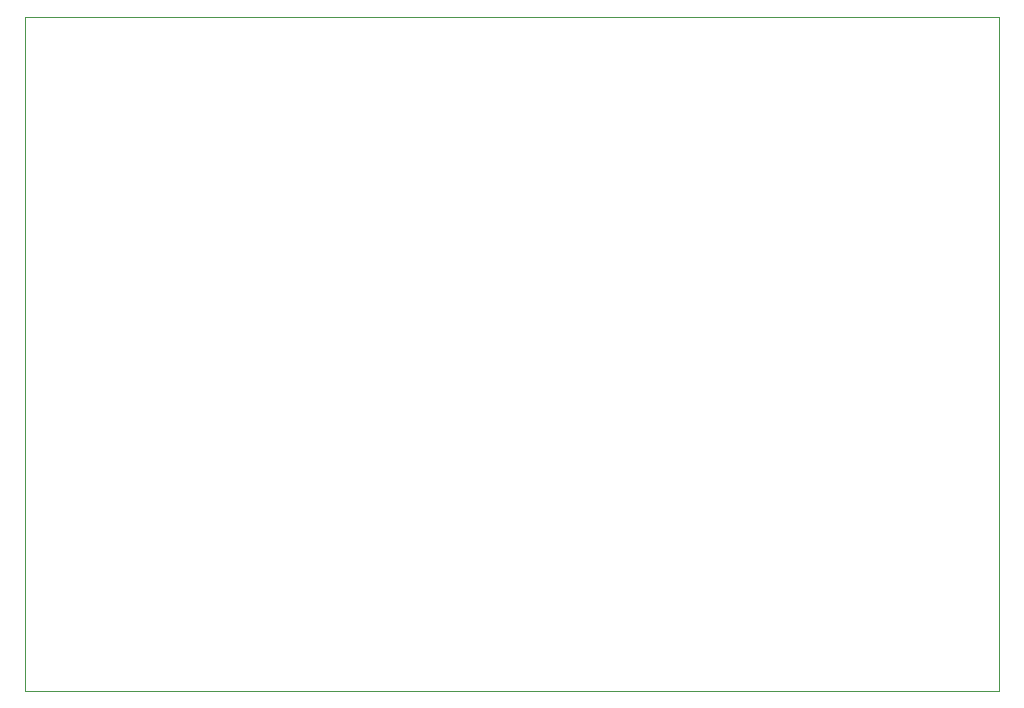
<source format=gbr>
%TF.GenerationSoftware,KiCad,Pcbnew,6.0.0*%
%TF.CreationDate,2022-01-02T16:56:48+01:00*%
%TF.ProjectId,kaugummi_motherboard,6b617567-756d-46d6-995f-6d6f74686572,rev?*%
%TF.SameCoordinates,PX328b740PY6cb8080*%
%TF.FileFunction,Profile,NP*%
%FSLAX46Y46*%
G04 Gerber Fmt 4.6, Leading zero omitted, Abs format (unit mm)*
G04 Created by KiCad (PCBNEW 6.0.0) date 2022-01-02 16:56:48*
%MOMM*%
%LPD*%
G01*
G04 APERTURE LIST*
%TA.AperFunction,Profile*%
%ADD10C,0.100000*%
%TD*%
G04 APERTURE END LIST*
D10*
X82500000Y0D02*
X0Y0D01*
X82500000Y57000000D02*
X82500000Y0D01*
X0Y57000000D02*
X82500000Y57000000D01*
X0Y0D02*
X0Y57000000D01*
M02*

</source>
